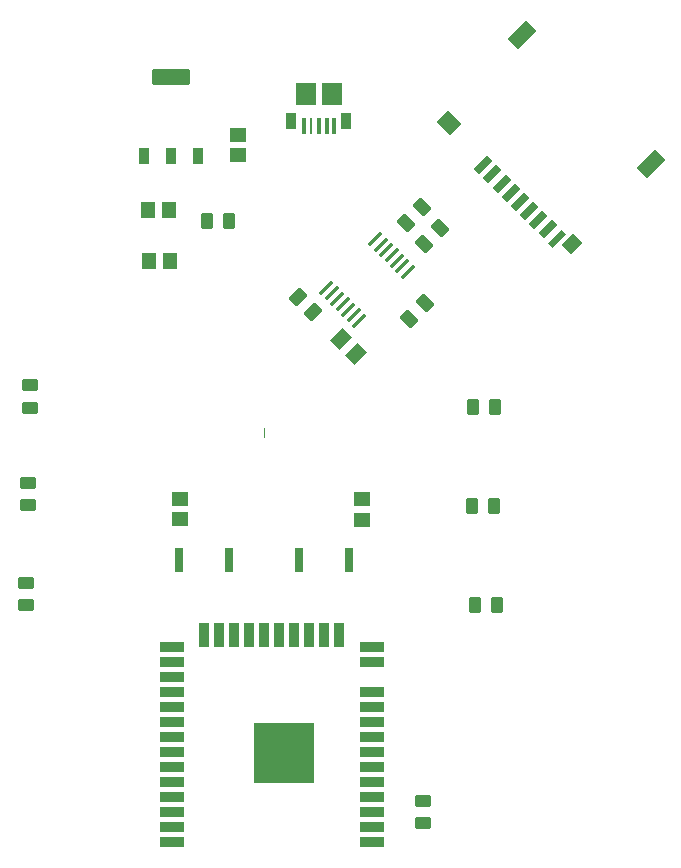
<source format=gbr>
%TF.GenerationSoftware,Altium Limited,Altium Designer,20.0.13 (296)*%
G04 Layer_Color=8421504*
%FSLAX45Y45*%
%MOMM*%
%TF.FileFunction,Paste,Top*%
%TF.Part,Single*%
G01*
G75*
%TA.AperFunction,SMDPad,CuDef*%
%ADD10R,2.00000X0.90000*%
%ADD11R,0.90000X2.00000*%
%ADD12R,5.08000X5.08000*%
%ADD13R,0.90000X1.45000*%
%ADD14R,1.75000X1.90000*%
%ADD15R,0.40000X1.40000*%
%ADD16R,0.20000X1.40000*%
%ADD17R,0.30000X1.40000*%
G04:AMPARAMS|DCode=18|XSize=0.93mm|YSize=1.31mm|CornerRadius=0.06975mm|HoleSize=0mm|Usage=FLASHONLY|Rotation=0.000|XOffset=0mm|YOffset=0mm|HoleType=Round|Shape=RoundedRectangle|*
%AMROUNDEDRECTD18*
21,1,0.93000,1.17050,0,0,0.0*
21,1,0.79050,1.31000,0,0,0.0*
1,1,0.13950,0.39525,-0.58525*
1,1,0.13950,-0.39525,-0.58525*
1,1,0.13950,-0.39525,0.58525*
1,1,0.13950,0.39525,0.58525*
%
%ADD18ROUNDEDRECTD18*%
G04:AMPARAMS|DCode=19|XSize=3.24mm|YSize=1.31mm|CornerRadius=0.09825mm|HoleSize=0mm|Usage=FLASHONLY|Rotation=0.000|XOffset=0mm|YOffset=0mm|HoleType=Round|Shape=RoundedRectangle|*
%AMROUNDEDRECTD19*
21,1,3.24000,1.11350,0,0,0.0*
21,1,3.04350,1.31000,0,0,0.0*
1,1,0.19650,1.52175,-0.55675*
1,1,0.19650,-1.52175,-0.55675*
1,1,0.19650,-1.52175,0.55675*
1,1,0.19650,1.52175,0.55675*
%
%ADD19ROUNDEDRECTD19*%
G04:AMPARAMS|DCode=20|XSize=0.86mm|YSize=0.12mm|CornerRadius=0.03mm|HoleSize=0mm|Usage=FLASHONLY|Rotation=90.000|XOffset=0mm|YOffset=0mm|HoleType=Round|Shape=RoundedRectangle|*
%AMROUNDEDRECTD20*
21,1,0.86000,0.06000,0,0,90.0*
21,1,0.80000,0.12000,0,0,90.0*
1,1,0.06000,0.03000,0.40000*
1,1,0.06000,0.03000,-0.40000*
1,1,0.06000,-0.03000,-0.40000*
1,1,0.06000,-0.03000,0.40000*
%
%ADD20ROUNDEDRECTD20*%
G04:AMPARAMS|DCode=21|XSize=1.4732mm|YSize=0.3556mm|CornerRadius=0mm|HoleSize=0mm|Usage=FLASHONLY|Rotation=225.000|XOffset=0mm|YOffset=0mm|HoleType=Round|Shape=Rectangle|*
%AMROTATEDRECTD21*
4,1,4,0.39513,0.64658,0.64658,0.39513,-0.39513,-0.64658,-0.64658,-0.39513,0.39513,0.64658,0.0*
%
%ADD21ROTATEDRECTD21*%

G04:AMPARAMS|DCode=22|XSize=0.7mm|YSize=1.6mm|CornerRadius=0mm|HoleSize=0mm|Usage=FLASHONLY|Rotation=135.000|XOffset=0mm|YOffset=0mm|HoleType=Round|Shape=Rectangle|*
%AMROTATEDRECTD22*
4,1,4,0.81318,0.31820,-0.31820,-0.81318,-0.81318,-0.31820,0.31820,0.81318,0.81318,0.31820,0.0*
%
%ADD22ROTATEDRECTD22*%

G04:AMPARAMS|DCode=23|XSize=0.5mm|YSize=1.6mm|CornerRadius=0mm|HoleSize=0mm|Usage=FLASHONLY|Rotation=135.000|XOffset=0mm|YOffset=0mm|HoleType=Round|Shape=Rectangle|*
%AMROTATEDRECTD23*
4,1,4,0.74246,0.38891,-0.38891,-0.74246,-0.74246,-0.38891,0.38891,0.74246,0.74246,0.38891,0.0*
%
%ADD23ROTATEDRECTD23*%

G04:AMPARAMS|DCode=24|XSize=1.1mm|YSize=1.4mm|CornerRadius=0mm|HoleSize=0mm|Usage=FLASHONLY|Rotation=135.000|XOffset=0mm|YOffset=0mm|HoleType=Round|Shape=Rectangle|*
%AMROTATEDRECTD24*
4,1,4,0.88388,0.10607,-0.10607,-0.88388,-0.88388,-0.10607,0.10607,0.88388,0.88388,0.10607,0.0*
%
%ADD24ROTATEDRECTD24*%

G04:AMPARAMS|DCode=25|XSize=1.2mm|YSize=2.2mm|CornerRadius=0mm|HoleSize=0mm|Usage=FLASHONLY|Rotation=135.000|XOffset=0mm|YOffset=0mm|HoleType=Round|Shape=Rectangle|*
%AMROTATEDRECTD25*
4,1,4,1.20208,0.35355,-0.35355,-1.20208,-1.20208,-0.35355,0.35355,1.20208,1.20208,0.35355,0.0*
%
%ADD25ROTATEDRECTD25*%

G04:AMPARAMS|DCode=26|XSize=1.6mm|YSize=1.4mm|CornerRadius=0mm|HoleSize=0mm|Usage=FLASHONLY|Rotation=135.000|XOffset=0mm|YOffset=0mm|HoleType=Round|Shape=Rectangle|*
%AMROTATEDRECTD26*
4,1,4,1.06066,-0.07071,0.07071,-1.06066,-1.06066,0.07071,-0.07071,1.06066,1.06066,-0.07071,0.0*
%
%ADD26ROTATEDRECTD26*%

G04:AMPARAMS|DCode=27|XSize=1mm|YSize=1.42mm|CornerRadius=0.125mm|HoleSize=0mm|Usage=FLASHONLY|Rotation=45.000|XOffset=0mm|YOffset=0mm|HoleType=Round|Shape=RoundedRectangle|*
%AMROUNDEDRECTD27*
21,1,1.00000,1.17000,0,0,45.0*
21,1,0.75000,1.42000,0,0,45.0*
1,1,0.25000,0.67883,-0.14849*
1,1,0.25000,0.14849,-0.67883*
1,1,0.25000,-0.67883,0.14849*
1,1,0.25000,-0.14849,0.67883*
%
%ADD27ROUNDEDRECTD27*%
G04:AMPARAMS|DCode=28|XSize=1mm|YSize=1.42mm|CornerRadius=0.125mm|HoleSize=0mm|Usage=FLASHONLY|Rotation=135.000|XOffset=0mm|YOffset=0mm|HoleType=Round|Shape=RoundedRectangle|*
%AMROUNDEDRECTD28*
21,1,1.00000,1.17000,0,0,135.0*
21,1,0.75000,1.42000,0,0,135.0*
1,1,0.25000,0.14849,0.67883*
1,1,0.25000,0.67883,0.14849*
1,1,0.25000,-0.14849,-0.67883*
1,1,0.25000,-0.67883,-0.14849*
%
%ADD28ROUNDEDRECTD28*%
G04:AMPARAMS|DCode=29|XSize=1.16mm|YSize=1.47mm|CornerRadius=0mm|HoleSize=0mm|Usage=FLASHONLY|Rotation=135.000|XOffset=0mm|YOffset=0mm|HoleType=Round|Shape=Rectangle|*
%AMROTATEDRECTD29*
4,1,4,0.92985,0.10960,-0.10960,-0.92985,-0.92985,-0.10960,0.10960,0.92985,0.92985,0.10960,0.0*
%
%ADD29ROTATEDRECTD29*%

G04:AMPARAMS|DCode=30|XSize=1mm|YSize=1.42mm|CornerRadius=0.125mm|HoleSize=0mm|Usage=FLASHONLY|Rotation=90.000|XOffset=0mm|YOffset=0mm|HoleType=Round|Shape=RoundedRectangle|*
%AMROUNDEDRECTD30*
21,1,1.00000,1.17000,0,0,90.0*
21,1,0.75000,1.42000,0,0,90.0*
1,1,0.25000,0.58500,0.37500*
1,1,0.25000,0.58500,-0.37500*
1,1,0.25000,-0.58500,-0.37500*
1,1,0.25000,-0.58500,0.37500*
%
%ADD30ROUNDEDRECTD30*%
G04:AMPARAMS|DCode=31|XSize=1mm|YSize=1.42mm|CornerRadius=0.125mm|HoleSize=0mm|Usage=FLASHONLY|Rotation=0.000|XOffset=0mm|YOffset=0mm|HoleType=Round|Shape=RoundedRectangle|*
%AMROUNDEDRECTD31*
21,1,1.00000,1.17000,0,0,0.0*
21,1,0.75000,1.42000,0,0,0.0*
1,1,0.25000,0.37500,-0.58500*
1,1,0.25000,-0.37500,-0.58500*
1,1,0.25000,-0.37500,0.58500*
1,1,0.25000,0.37500,0.58500*
%
%ADD31ROUNDEDRECTD31*%
%ADD32R,1.47000X1.16000*%
%ADD33R,1.16000X1.47000*%
%ADD34R,0.80000X2.00000*%
D10*
X11382405Y7035540D02*
D03*
Y6908540D02*
D03*
Y6654540D02*
D03*
Y6527540D02*
D03*
Y6400540D02*
D03*
Y6146540D02*
D03*
Y6019540D02*
D03*
Y5892540D02*
D03*
Y5765540D02*
D03*
Y5638540D02*
D03*
Y5511540D02*
D03*
Y5384540D02*
D03*
X9682405Y7035540D02*
D03*
Y6908540D02*
D03*
Y6781540D02*
D03*
Y6654540D02*
D03*
Y6527540D02*
D03*
Y6400540D02*
D03*
Y6273540D02*
D03*
Y6146540D02*
D03*
Y6019540D02*
D03*
Y5892540D02*
D03*
Y5765540D02*
D03*
Y5638540D02*
D03*
Y5511540D02*
D03*
Y5384540D02*
D03*
X11382405Y6273540D02*
D03*
D11*
X10468905Y7135540D02*
D03*
X10341905D02*
D03*
X10214905D02*
D03*
X10087905D02*
D03*
X9960905D02*
D03*
X10595905D02*
D03*
X10722905D02*
D03*
X10849905D02*
D03*
X10976905D02*
D03*
X11103905D02*
D03*
D12*
X10634005Y6136640D02*
D03*
D13*
X10698260Y11492000D02*
D03*
X11162260D02*
D03*
D14*
X10817760Y11715000D02*
D03*
X11042760D02*
D03*
D15*
X10800260Y11450000D02*
D03*
X10930260D02*
D03*
X11060260D02*
D03*
D16*
X10865260D02*
D03*
D17*
X10995260D02*
D03*
D18*
X9445860Y11189480D02*
D03*
X9674860D02*
D03*
X9903860D02*
D03*
D19*
X9674860Y11858480D02*
D03*
D20*
X10466000Y8848100D02*
D03*
D21*
X11132014Y9938214D02*
D03*
X11270310Y9799918D02*
D03*
X11223613Y9846616D02*
D03*
X11178711Y9891516D02*
D03*
X11085317Y9984911D02*
D03*
X11040415Y10029813D02*
D03*
X10993718Y10076510D02*
D03*
X11406810Y10489602D02*
D03*
X11453507Y10442904D02*
D03*
X11498409Y10398004D02*
D03*
X11545106Y10351306D02*
D03*
X11591803Y10304609D02*
D03*
X11636705Y10259707D02*
D03*
X11683402Y10213010D02*
D03*
D22*
X12321585Y11114994D02*
D03*
X12399367Y11037211D02*
D03*
X12477149Y10959429D02*
D03*
X12554930Y10881648D02*
D03*
X12632712Y10803867D02*
D03*
X12710495Y10726084D02*
D03*
X12788276Y10648303D02*
D03*
X12866057Y10570521D02*
D03*
D23*
X12943840Y10492740D02*
D03*
D24*
X13071120Y10450313D02*
D03*
D25*
X13742870Y11122064D02*
D03*
X12646855Y12218080D02*
D03*
D26*
X12031672Y11475617D02*
D03*
D27*
X11826314Y9946714D02*
D03*
X11694086Y9814486D02*
D03*
X11953314Y10581714D02*
D03*
X11821086Y10449486D02*
D03*
X11800914Y10759514D02*
D03*
X11668686Y10627286D02*
D03*
D28*
X10749206Y10000054D02*
D03*
X10881434Y9867826D02*
D03*
D29*
X11116315Y9640565D02*
D03*
X11240765Y9516115D02*
D03*
D30*
X8465820Y8235160D02*
D03*
X8465820Y8422160D02*
D03*
X8481060Y9063200D02*
D03*
Y9250200D02*
D03*
X8448040Y7391880D02*
D03*
X8448040Y7578880D02*
D03*
X11811000Y5732300D02*
D03*
Y5545300D02*
D03*
D31*
X12233600Y9067800D02*
D03*
X12420600D02*
D03*
X12250900Y7391400D02*
D03*
X12437900Y7391400D02*
D03*
X12225500Y8229600D02*
D03*
X12412500D02*
D03*
X10170160Y10640060D02*
D03*
X9983160D02*
D03*
D32*
X10248900Y11197220D02*
D03*
Y11373220D02*
D03*
X9753600Y8116200D02*
D03*
Y8292200D02*
D03*
X11295380Y8108580D02*
D03*
Y8284580D02*
D03*
D33*
X9490340Y10304780D02*
D03*
X9666340D02*
D03*
X9484360Y10734040D02*
D03*
X9660360D02*
D03*
D34*
X10166800Y7772400D02*
D03*
X9746800D02*
D03*
X10762800D02*
D03*
X11182800D02*
D03*
%TF.MD5,c148314cbe9c12a4d877f831a68953a0*%
M02*

</source>
